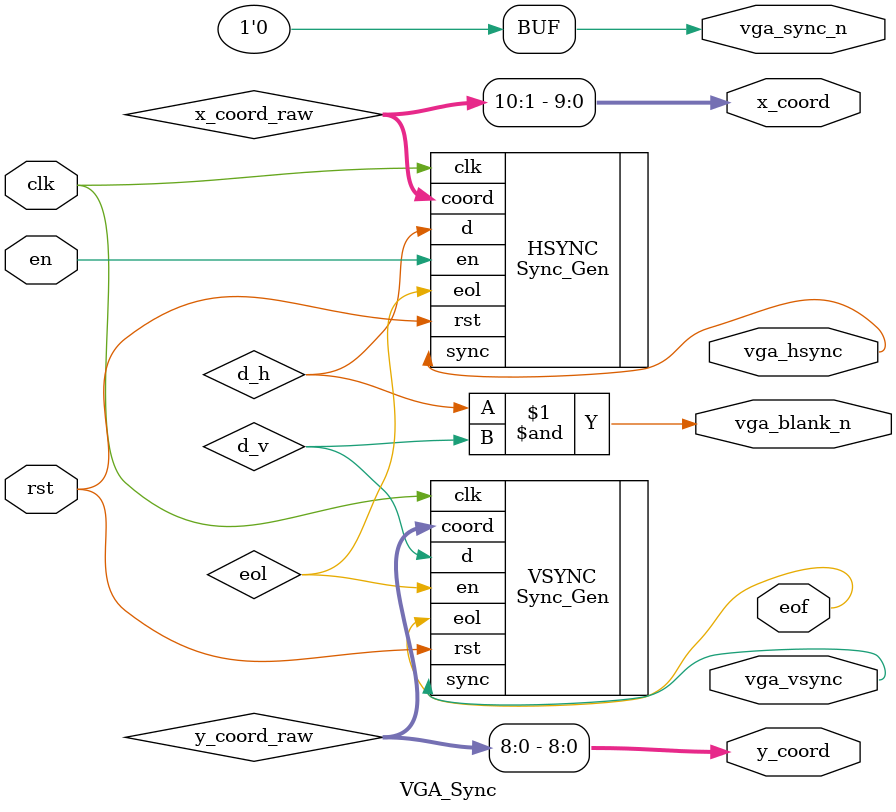
<source format=v>
`define DOUBLE_CLOCK //Define if the pixel clock is double the frequenc of the actual VGA one

module VGA_Sync #(
    parameter SYNC_H = 192,
    parameter BP_H = 96,
    parameter DISP_H = 1280,
    parameter FP_H = 32,
    parameter SYNC_V = 2,
    parameter BP_V = 33,
    parameter DISP_V = 480,
    parameter FP_V = 10
)  (
		input clk,rst,en,
		output vga_blank_n,vga_sync_n,vga_hsync,vga_vsync,eof,
`ifdef DOUBLE_CLOCK
        output [$clog2(DISP_H/2)-1:0] x_coord,
`else
        output [$clog2(DISP_H)-1:0] x_coord,
`endif
        output [$clog2(DISP_V)-1:0] y_coord
);

    parameter N_BIT_H = $clog2(SYNC_H+BP_H+DISP_H+FP_H);
    parameter N_BIT_V = $clog2(SYNC_V+BP_V+DISP_V+FP_V);

`ifdef DOUBLE_CLOCK
    parameter N_BIT_RH = $clog2(DISP_H/2);
`else
    parameter N_BIT_RH = $clog2(DISP_H);
`endif  
    parameter N_BIT_RV = $clog2(DISP_V);

    wire eol, d_h, d_v;
    wire [N_BIT_H-1:0] x_coord_raw;
    wire [N_BIT_V-1:0] y_coord_raw;

	Sync_Gen #(.SYNC(SYNC_H),.BACK_P(BP_H),.DISP(DISP_H),.FRONT_P(FP_H))
                HSYNC (.clk(clk),.rst(rst),.en(en),.eol(eol),
                .sync(vga_hsync),.d(d_h),.coord(x_coord_raw));
	
	Sync_Gen #(.SYNC(SYNC_V),.BACK_P(BP_V),.DISP(DISP_V),.FRONT_P(FP_V))
                VSYNC (.clk(clk),.rst(rst),.en(eol),.eol(eof),
                .sync(vga_vsync),.d(d_v),.coord(y_coord_raw));
    

`ifdef DOUBLE_CLOCK
    assign x_coord=x_coord_raw[N_BIT_RH:1];
`else
    assign x_coord=x_coord_raw[N_BIT_RH-1:0];
`endif   
    assign y_coord=y_coord_raw[N_BIT_RV-1:0];
    assign vga_blank_n=d_h&d_v;
    assign vga_sync_n=1'b0;

endmodule
</source>
